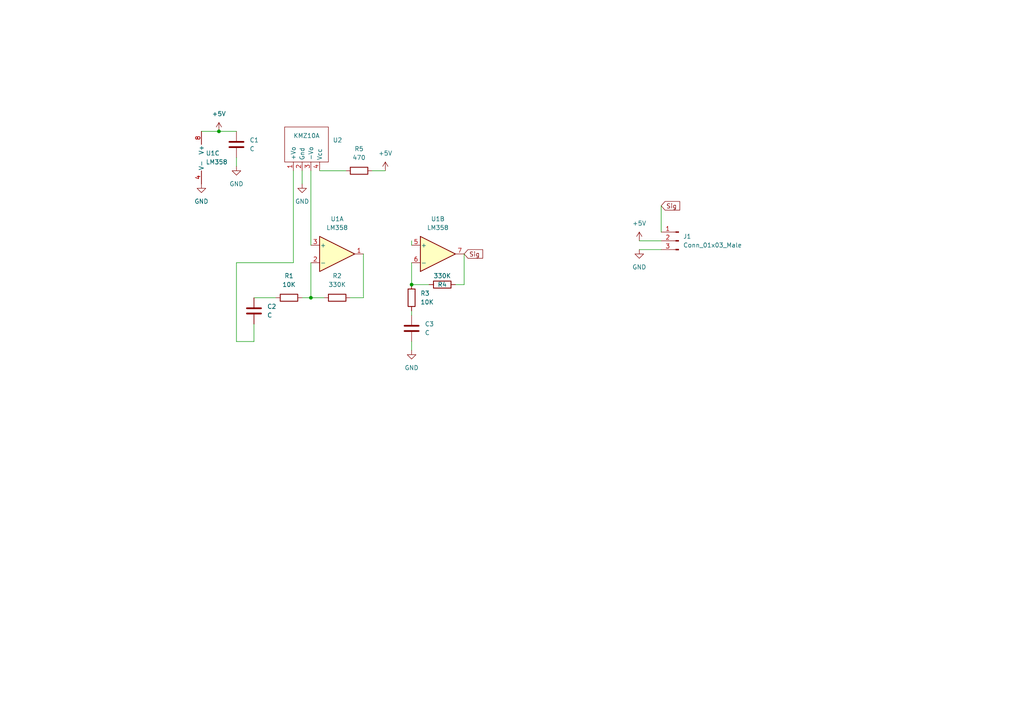
<source format=kicad_sch>
(kicad_sch (version 20211123) (generator eeschema)
  (paper "A4")
  (lib_symbols
    (symbol "Amplifier_Operational:LM358" (pin_names (offset 0.127))
      (property "Reference" "U" (at 0 5.08 0))
      (property "Value" "LM358" (at 0 -5.08 0))
      (symbol "LM358_1_1"
        (polyline (pts (xy -5.08 5.08) (xy 5.08 0) (xy -5.08 -5.08) (xy -5.08 5.08)) (stroke (width 0.254)) (fill (type background)))
        (pin output line (at 7.62 0 180) (length 2.54) (name "~") (number "1"))
        (pin input line (at -7.62 -2.54 0) (length 2.54) (name "-") (number "2"))
        (pin input line (at -7.62 2.54 0) (length 2.54) (name "+") (number "3"))
      )
      (symbol "LM358_2_1"
        (polyline (pts (xy -5.08 5.08) (xy 5.08 0) (xy -5.08 -5.08) (xy -5.08 5.08)) (stroke (width 0.254)) (fill (type background)))
        (pin input line (at -7.62 2.54 0) (length 2.54) (name "+") (number "5"))
        (pin input line (at -7.62 -2.54 0) (length 2.54) (name "-") (number "6"))
        (pin output line (at 7.62 0 180) (length 2.54) (name "~") (number "7"))
      )
      (symbol "LM358_3_1"
        (pin power_in line (at -2.54 -7.62 90) (length 3.81) (name "V-") (number "4"))
        (pin power_in line (at -2.54 7.62 270) (length 3.81) (name "V+") (number "8"))
      )
    )
    (symbol "Connector:Conn_01x03_Male" (pin_names (offset 1.016) hide)
      (property "Reference" "J" (at 0 5.08 0))
      (property "Value" "Conn_01x03_Male" (at 0 -5.08 0))
      (symbol "Conn_01x03_Male_1_1"
        (polyline (pts (xy 1.27 -2.54) (xy 0.8636 -2.54)) (stroke (width 0.1524)))
        (polyline (pts (xy 1.27 0) (xy 0.8636 0)) (stroke (width 0.1524)))
        (polyline (pts (xy 1.27 2.54) (xy 0.8636 2.54)) (stroke (width 0.1524)))
        (rectangle (start 0.8636 -2.413) (end 0 -2.667) (stroke (width 0.1524)) (fill (type outline)))
        (rectangle (start 0.8636 0.127) (end 0 -0.127) (stroke (width 0.1524)) (fill (type outline)))
        (rectangle (start 0.8636 2.667) (end 0 2.413) (stroke (width 0.1524)) (fill (type outline)))
        (pin passive line (at 5.08 2.54 180) (length 3.81) (name "Pin_1") (number "1"))
        (pin passive line (at 5.08 0 180) (length 3.81) (name "Pin_2") (number "2"))
        (pin passive line (at 5.08 -2.54 180) (length 3.81) (name "Pin_3") (number "3"))
      )
    )
    (symbol "Device:C" (pin_numbers hide) (pin_names (offset 0.254))
      (property "Reference" "C" (at 0.635 2.54 0))
      (property "Value" "C" (at 0.635 -2.54 0))
      (symbol "C_0_1"
        (polyline (pts (xy -2.032 -0.762) (xy 2.032 -0.762)) (stroke (width 0.508)))
        (polyline (pts (xy -2.032 0.762) (xy 2.032 0.762)) (stroke (width 0.508)))
      )
      (symbol "C_1_1"
        (pin passive line (at 0 3.81 270) (length 2.794) (name "~") (number "1"))
        (pin passive line (at 0 -3.81 90) (length 2.794) (name "~") (number "2"))
      )
    )
    (symbol "Device:R" (pin_numbers hide) (pin_names (offset 0))
      (property "Reference" "R" (at 2.032 0 90))
      (property "Value" "R" (at 0 0 90))
      (symbol "R_0_1"
        (rectangle (start -1.016 -2.54) (end 1.016 2.54) (stroke (width 0.254)))
      )
      (symbol "R_1_1"
        (pin passive line (at 0 3.81 270) (length 1.27) (name "~") (number "1"))
        (pin passive line (at 0 -3.81 90) (length 1.27) (name "~") (number "2"))
      )
    )
    (symbol "JF_Library:KMZ10A"
      (property "Reference" "U" (at 2.54 0 0))
      (property "Value" "KMZ10A" (at 3.81 3.81 0))
      (symbol "KMZ10A_0_1"
        (rectangle (start -2.54 2.54) (end 10.16 -7.62))
      )
      (symbol "KMZ10A_1_1"
        (pin output line (at 0 -10.16 90) (length 2.54) (name "+Vo") (number "1"))
        (pin power_in line (at 2.54 -10.16 90) (length 2.54) (name "Gnd") (number "2"))
        (pin output line (at 5.08 -10.16 90) (length 2.54) (name "-Vo") (number "3"))
        (pin power_in line (at 7.62 -10.16 90) (length 2.54) (name "Vcc") (number "4"))
      )
    )
    (symbol "power:+5V" (power) (pin_names (offset 0))
      (property "Value" "+5V" (at 0 3.556 0))
      (symbol "+5V_0_1"
        (polyline (pts (xy -0.762 1.27) (xy 0 2.54)))
        (polyline (pts (xy 0 0) (xy 0 2.54)))
        (polyline (pts (xy 0 2.54) (xy 0.762 1.27)))
      )
      (symbol "+5V_1_1"
        (pin power_in line (at 0 0 90) (length 0) hide (name "+5V") (number "1"))
      )
    )
    (symbol "power:GND" (power) (pin_names (offset 0))
      (property "Value" "GND" (at 0 -3.81 0))
      (symbol "GND_0_1"
        (polyline (pts (xy 0 0) (xy 0 -1.27) (xy 1.27 -1.27) (xy 0 -2.54) (xy -1.27 -1.27) (xy 0 -1.27)))
      )
      (symbol "GND_1_1"
        (pin power_in line (at 0 0 270) (length 0) hide (name "GND") (number "1"))
      )
    )
  )
  (junction (at 119.38 82.55))
  (junction (at 63.5 38.1))
  (junction (at 90.17 86.36))
  (wire (pts (xy 90.17 76.2) (xy 90.17 86.36)))
  (wire (pts (xy 92.71 49.53) (xy 100.33 49.53)))
  (wire (pts (xy 132.08 82.55) (xy 134.62 82.55)))
  (wire (pts (xy 191.77 59.69) (xy 191.77 67.31)))
  (wire (pts (xy 185.42 69.85) (xy 191.77 69.85)))
  (wire (pts (xy 58.42 38.1) (xy 63.5 38.1)))
  (wire (pts (xy 105.41 86.36) (xy 101.6 86.36)))
  (wire (pts (xy 87.63 86.36) (xy 90.17 86.36)))
  (wire (pts (xy 119.38 82.55) (xy 124.46 82.55)))
  (wire (pts (xy 107.95 49.53) (xy 111.76 49.53)))
  (wire (pts (xy 90.17 86.36) (xy 93.98 86.36)))
  (wire (pts (xy 119.38 90.17) (xy 119.38 91.44)))
  (wire (pts (xy 185.42 72.39) (xy 191.77 72.39)))
  (wire (pts (xy 119.38 69.85) (xy 119.38 71.12)))
  (wire (pts (xy 85.09 76.2) (xy 68.58 76.2)))
  (wire (pts (xy 119.38 76.2) (xy 119.38 82.55)))
  (wire (pts (xy 63.5 38.1) (xy 68.58 38.1)))
  (wire (pts (xy 134.62 82.55) (xy 134.62 73.66)))
  (wire (pts (xy 119.38 101.6) (xy 119.38 99.06)))
  (wire (pts (xy 105.41 73.66) (xy 105.41 86.36)))
  (wire (pts (xy 68.58 99.06) (xy 73.66 99.06)))
  (wire (pts (xy 73.66 99.06) (xy 73.66 93.98)))
  (wire (pts (xy 90.17 49.53) (xy 90.17 71.12)))
  (wire (pts (xy 85.09 49.53) (xy 85.09 76.2)))
  (wire (pts (xy 68.58 45.72) (xy 68.58 48.26)))
  (wire (pts (xy 73.66 86.36) (xy 80.01 86.36)))
  (wire (pts (xy 87.63 49.53) (xy 87.63 53.34)))
  (wire (pts (xy 68.58 76.2) (xy 68.58 99.06)))
  (global_label "Sig" (shape input) (at 191.77 59.69 0) (property "Intersheet References" "${INTERSHEET_REFS}" (effects hide)))
  (global_label "Sig" (shape input) (at 134.62 73.66 0) (property "Intersheet References" "${INTERSHEET_REFS}" (effects hide)))
  (symbol (lib_id "Device:C") (at 68.58 41.91 0) (unit 1)
    (property "Reference" "C1" (at 72.39 40.6399 0) (effects (justify left)))
    (property "Value" "C" (at 72.39 43.1799 0) (effects (justify left)))
    (property "Footprint" "Capacitor_SMD:C_0805_2012Metric" (effects hide))
  )
  (symbol (lib_id "Amplifier_Operational:LM358") (at 127 73.66 0) (unit 2)
    (property "Reference" "U1" (at 127 63.5 0))
    (property "Value" "LM358" (at 127 66.04 0))
    (property "Footprint" "Package_SO:SSOP-8_3.9x5.05mm_P1.27mm" (effects hide))
    (property "Datasheet" "http://www.ti.com/lit/ds/symlink/lm2904-n.pdf" (effects hide))
  )
  (symbol (lib_id "Device:R") (at 83.82 86.36 90) (unit 1)
    (property "Reference" "R1" (at 83.82 80.01 90))
    (property "Value" "10K" (at 83.82 82.55 90))
    (property "Footprint" "Resistor_SMD:R_0805_2012Metric" (effects hide))
  )
  (symbol (lib_id "Device:C") (at 73.66 90.17 0) (unit 1)
    (property "Reference" "C2" (at 77.47 88.8999 0) (effects (justify left)))
    (property "Value" "C" (at 77.47 91.4399 0) (effects (justify left)))
    (property "Footprint" "Capacitor_SMD:C_0805_2012Metric" (effects hide))
  )
  (symbol (lib_id "Device:R") (at 97.79 86.36 90) (unit 1)
    (property "Reference" "R2" (at 97.79 80.01 90))
    (property "Value" "330K" (at 97.79 82.55 90))
    (property "Footprint" "Resistor_SMD:R_0805_2012Metric" (effects hide))
  )
  (symbol (lib_id "Amplifier_Operational:LM358") (at 97.79 73.66 0) (unit 1)
    (property "Reference" "U1" (at 97.79 63.5 0))
    (property "Value" "LM358" (at 97.79 66.04 0))
    (property "Footprint" "Package_SO:SSOP-8_3.9x5.05mm_P1.27mm" (effects hide))
    (property "Datasheet" "http://www.ti.com/lit/ds/symlink/lm2904-n.pdf" (effects hide))
  )
  (symbol (lib_id "power:+5V") (at 63.5 38.1 0) (unit 1)
    (property "Reference" "#PWR0108" (effects hide))
    (property "Value" "+5V" (at 63.5 33.02 0))
  )
  (symbol (lib_id "power:GND") (at 68.58 48.26 0) (unit 1)
    (property "Reference" "#PWR0106" (effects hide))
    (property "Value" "GND" (at 68.58 53.34 0))
  )
  (symbol (lib_id "Amplifier_Operational:LM358") (at 60.96 45.72 0) (unit 3)
    (property "Reference" "U1" (at 59.69 44.4499 0) (effects (justify left)))
    (property "Value" "LM358" (at 59.69 46.9899 0) (effects (justify left)))
    (property "Footprint" "Package_SO:SSOP-8_3.9x5.05mm_P1.27mm" (effects hide))
    (property "Datasheet" "http://www.ti.com/lit/ds/symlink/lm2904-n.pdf" (effects hide))
  )
  (symbol (lib_id "power:GND") (at 185.42 72.39 0) (unit 1)
    (property "Reference" "#PWR0101" (effects hide))
    (property "Value" "GND" (at 185.42 77.47 0))
  )
  (symbol (lib_id "power:GND") (at 58.42 53.34 0) (unit 1)
    (property "Reference" "#PWR0107" (effects hide))
    (property "Value" "GND" (at 58.42 58.42 0))
  )
  (symbol (lib_id "Connector:Conn_01x03_Male") (at 196.85 69.85 0) (mirror y) (unit 1)
    (property "Reference" "J1" (at 198.12 68.5799 0) (effects (justify right)))
    (property "Value" "Conn_01x03_Male" (at 198.12 71.1199 0) (effects (justify right)))
    (property "Footprint" "Connector_PinHeader_2.54mm:PinHeader_1x03_P2.54mm_Vertical" (effects hide))
  )
  (symbol (lib_id "power:+5V") (at 111.76 49.53 0) (unit 1)
    (property "Reference" "#PWR0103" (effects hide))
    (property "Value" "+5V" (at 111.76 44.45 0))
  )
  (symbol (lib_id "power:+5V") (at 185.42 69.85 0) (unit 1)
    (property "Reference" "#PWR0102" (effects hide))
    (property "Value" "+5V" (at 185.42 64.77 0))
  )
  (symbol (lib_id "power:GND") (at 119.38 101.6 0) (unit 1)
    (property "Reference" "#PWR0105" (effects hide))
    (property "Value" "GND" (at 119.38 106.68 0))
  )
  (symbol (lib_id "power:GND") (at 87.63 53.34 0) (unit 1)
    (property "Reference" "#PWR0104" (effects hide))
    (property "Value" "GND" (at 87.63 58.42 0))
  )
  (symbol (lib_id "Device:R") (at 119.38 86.36 0) (unit 1)
    (property "Reference" "R3" (at 121.92 85.0899 0) (effects (justify left)))
    (property "Value" "10K" (at 121.92 87.6299 0) (effects (justify left)))
    (property "Footprint" "Resistor_SMD:R_0805_2012Metric" (effects hide))
  )
  (symbol (lib_id "Device:C") (at 119.38 95.25 0) (unit 1)
    (property "Reference" "C3" (at 123.19 93.9799 0) (effects (justify left)))
    (property "Value" "C" (at 123.19 96.5199 0) (effects (justify left)))
    (property "Footprint" "Capacitor_SMD:C_0805_2012Metric" (effects hide))
  )
  (symbol (lib_id "Device:R") (at 104.14 49.53 90) (unit 1)
    (property "Reference" "R5" (at 104.14 43.18 90))
    (property "Value" "470" (at 104.14 45.72 90))
    (property "Footprint" "Resistor_SMD:R_0805_2012Metric" (effects hide))
  )
  (symbol (lib_id "JF_Library:KMZ10A") (at 85.09 39.37 0) (unit 1)
    (property "Reference" "U2" (at 96.52 40.6399 0) (effects (justify left)))
    (property "Value" "KMZ10A" (at 85.09 39.37 0) (effects (justify left)))
    (property "Footprint" "Connector_PinHeader_1.27mm:PinHeader_1x04_P1.27mm_Vertical" (effects hide))
  )
  (symbol (lib_id "Device:R") (at 128.27 82.55 90) (unit 1)
    (property "Reference" "R4" (at 128.27 82.55 90))
    (property "Value" "330K" (at 128.27 80.01 90))
    (property "Footprint" "Resistor_SMD:R_0805_2012Metric" (effects hide))
  )
)
</source>
